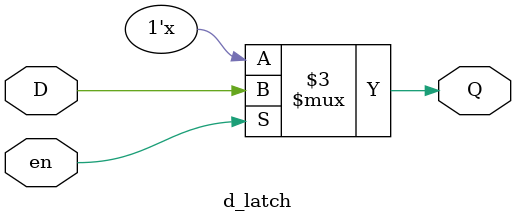
<source format=v>
module d_latch (
    input D,
    input en,
    output reg Q
);

    always @(*) begin
        if (en)
            Q = D;
        // else: holds previous value
    end
endmodule
</source>
